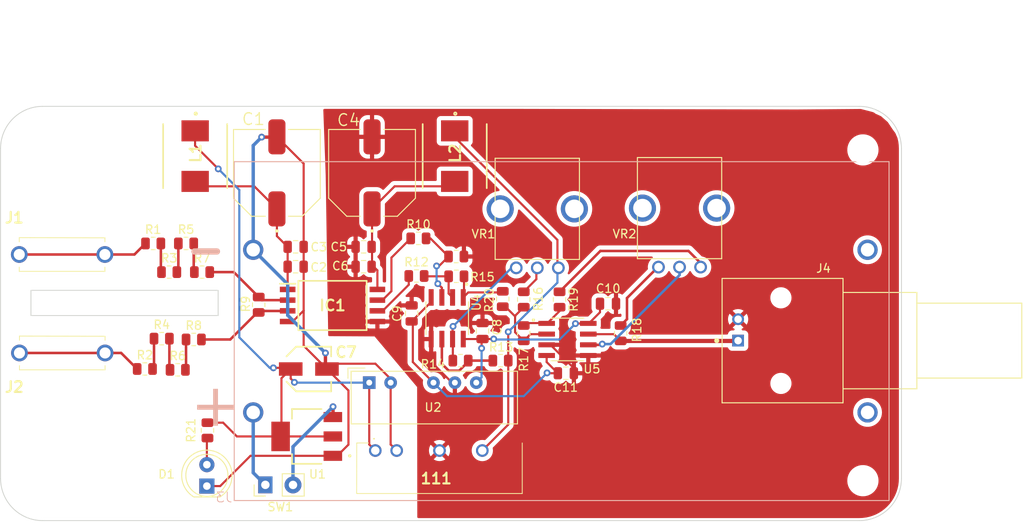
<source format=kicad_pcb>
(kicad_pcb (version 20221018) (generator pcbnew)
  (layers (0 "F.Cu" signal) (31 "B.Cu" signal) (34 "B.Paste" user) (35 "F.Paste" user) (36 "B.SilkS" user "B.Silkscreen") (37 "F.SilkS" user "F.Silkscreen") (38 "B.Mask" user) (39 "F.Mask" user) (44 "Edge.Cuts" user))
  (net 0 "")
  (net 1 "+5V")
  (net 2 "GND")
  (net 3 "+5V-a")
  (net 4 "Net-(D1-A)")
  (net 5 "+15V")
  (net 6 "GND1")
  (net 7 "+5V_re")
  (net 8 "+5V_le")
  (net 9 "Net-(R1-Pad2)")
  (net 10 "Net-(R2-Pad2)")
  (net 11 "Net-(R3-Pad2)")
  (net 12 "Net-(R4-Pad2)")
  (net 13 "Net-(R5-Pad2)")
  (net 14 "Net-(R6-Pad2)")
  (net 15 "Net-(IC1-VINP)")
  (net 16 "Net-(IC1-VINN)")
  (net 17 "Net-(J1-Pin_1)")
  (net 18 "-5V")
  (net 19 "+7V from battery")
  (net 20 "Net-(J2-Pin_1)")
  (net 21 "-15V")
  (net 22 "V-iso")
  (net 23 "V+iso")
  (net 24 "Net-(J4-In)")
  (net 25 "Net-(U4-POSA)")
  (net 26 "Net-(U4-NEGA)")
  (net 27 "Net-(U4-NEGB)")
  (net 28 "Net-(U4-OUTA)")
  (net 29 "Net-(R18-Pad1)")
  (net 30 "Net-(R19-Pad1)")
  (net 31 "Net-(U5-NEGA)")
  (net 32 "Net-(U5-OUTA)")
  (net 33 "Net-(SW1-B)")
  (net 34 "Net-(R20-Pad2)")
  (net 35 "Net-(U5-NEGB)")
  (footprint "22uf:EEE0GA101SR" (layer "F.Cu") (at 133.51625 111.11)
    (fp_text reference "C7" (at 4.42 -1.99) (layer "F.SilkS") (effects (font (size 1.27 1.27) (thickness 0.254))))
    (fp_text value "22uF" hide)
    (pad "1" smd rect (at -2.15 0 90) (size 1.6 2.8) (layers "F.Cu" "F.Paste" "F.Mask") (net 7 "+5V_re"))
    (pad "2" smd rect (at 2.15 0 90) (size 1.6 2.8) (layers "F.Cu" "F.Paste" "F.Mask") (net 6 "GND1"))
  )
  (footprint "MountingHole:MountingHole_3.2mm_M3" (layer "F.Cu") (at 102.01625 85.11)
    (fp_text reference "H1" hide)
    (fp_text value "MountingHole")
    (pad "" np_thru_hole circle (at 0 0) (size 3.2 3.2) (drill 3.2) (layers "*.Cu" "*.Mask"))
  )
  (footprint "banana jack:1050752001" (layer "F.Cu") (at 99.17625 109.205)
    (fp_text reference "J2" (at -0.61 4.045 180) (layer "F.SilkS") (effects (font (size 1.27 1.27) (thickness 0.254))))
    (fp_text value "Conn_01x01_Male" hide)
    (pad "1" thru_hole circle (at 0 0) (size 1.981 1.981) (drill 1.3208) (layers "*.Cu" "*.Mask") (net 20 "Net-(J2-Pin_1)"))
    (pad "1" thru_hole circle (at 10.16 0) (size 1.981 1.981) (drill 1.3208) (layers "*.Cu" "*.Mask") (net 20 "Net-(J2-Pin_1)"))
  )
  (footprint "Capacitor_SMD:C_0805_2012Metric" (layer "F.Cu") (at 145.71625 104.51 -90)
    (fp_text reference "C9" (at 0.02 1.72 90) (layer "F.SilkS"))
    (fp_text value "0.1uF")
    (pad "1" smd roundrect (at -0.95 0 270) (size 1 1.45) (layers "F.Cu" "F.Paste" "F.Mask") (net 2 "GND"))
    (pad "2" smd roundrect (at 0.95 0 270) (size 1 1.45) (layers "F.Cu" "F.Paste" "F.Mask") (net 21 "-15V"))
  )
  (footprint "coaxial:TE_227161-1" (layer "F.Cu") (at 184.45625 107.74 -90)
    (fp_text reference "J4" (at -8.57 -10.13 -180) (layer "F.SilkS") (effects (font (size 1.001016 1.001016))))
    (fp_text value "Conn_Coaxial")
    (pad "" np_thru_hole circle (at -5.08 -5.08 270) (size 2.01 2.01) (drill 2.01) (layers "*.Cu" "*.Mask"))
    (pad "" np_thru_hole circle (at 5.08 -5.08 270) (size 2.01 2.01) (drill 2.01) (layers "*.Cu" "*.Mask"))
    (pad "1" thru_hole rect (at 0 0 270) (size 1.398 1.398) (drill 0.89) (layers "*.Cu" "*.Mask") (net 24 "Net-(J4-In)"))
    (pad "2" thru_hole circle (at -2.54 0 270) (size 1.398 1.398) (drill 0.89) (layers "*.Cu" "*.Mask") (net 2 "GND"))
  )
  (footprint "MountingHole:MountingHole_3.2mm_M3" (layer "F.Cu") (at 102.01625 124.11)
    (fp_text reference "H2" hide)
    (fp_text value "MountingHole")
    (pad "" np_thru_hole circle (at 0 0) (size 3.2 3.2) (drill 3.2) (layers "*.Cu" "*.Mask"))
  )
  (footprint "Resistor_SMD:R_0805_2012Metric" (layer "F.Cu") (at 121.48625 118.39 -90)
    (fp_text reference "R21" (at 0 1.95 90) (layer "F.SilkS"))
    (fp_text value "4.7k")
    (pad "1" smd roundrect (at -0.9125 0 270) (size 1.025 1.4) (layers "F.Cu" "F.Paste" "F.Mask") (roundrect_rratio 0.243902) (net 7 "+5V_re"))
    (pad "2" smd roundrect (at 0.9125 0 270) (size 1.025 1.4) (layers "F.Cu" "F.Paste" "F.Mask") (roundrect_rratio 0.243902) (net 4 "Net-(D1-A)"))
  )
  (footprint "Resistor_SMD:R_0805_2012Metric" (layer "F.Cu") (at 114.05625 111.105)
    (fp_text reference "R2" (at 0 -1.65) (layer "F.SilkS"))
    (fp_text value "0.25Meg")
    (pad "1" smd roundrect (at -0.9125 0) (size 1.025 1.4) (layers "F.Cu" "F.Paste" "F.Mask") (roundrect_rratio 0.243902) (net 20 "Net-(J2-Pin_1)"))
    (pad "2" smd roundrect (at 0.9125 0) (size 1.025 1.4) (layers "F.Cu" "F.Paste" "F.Mask") (roundrect_rratio 0.243902) (net 10 "Net-(R2-Pad2)"))
  )
  (footprint "Resistor_SMD:R_0805_2012Metric" (layer "F.Cu") (at 156.52625 102.8 -90)
    (fp_text reference "R16" (at 0 -4.22 90) (layer "F.SilkS"))
    (fp_text value "50k")
    (pad "1" smd roundrect (at -0.9125 0 270) (size 1.025 1.4) (layers "F.Cu" "F.Paste" "F.Mask") (roundrect_rratio 0.243902) (net 28 "Net-(U4-OUTA)"))
    (pad "2" smd roundrect (at 0.9125 0 270) (size 1.025 1.4) (layers "F.Cu" "F.Paste" "F.Mask") (roundrect_rratio 0.243902) (net 31 "Net-(U5-NEGA)"))
  )
  (footprint "banana jack:1050752001" (layer "F.Cu") (at 99.15375 97.52)
    (fp_text reference "J1" (at -0.5875 -4.36) (layer "F.SilkS") (effects (font (size 1.27 1.27) (thickness 0.254))))
    (fp_text value "Conn_01x01_Male" hide)
    (pad "1" thru_hole circle (at 0 0) (size 1.981 1.981) (drill 1.3208) (layers "*.Cu" "*.Mask") (net 17 "Net-(J1-Pin_1)"))
    (pad "1" thru_hole circle (at 10.16 0) (size 1.981 1.981) (drill 1.3208) (layers "*.Cu" "*.Mask") (net 17 "Net-(J1-Pin_1)"))
  )
  (footprint "MountingHole:MountingHole_3.2mm_M3" (layer "F.Cu") (at 199.26625 85.11)
    (fp_text reference "H4" hide)
    (fp_text value "MountingHole")
    (pad "" np_thru_hole circle (at 0 0) (size 3.2 3.2) (drill 3.2) (layers "*.Cu" "*.Mask"))
  )
  (footprint "Resistor_SMD:R_0805_2012Metric" (layer "F.Cu") (at 151.51625 110.11 180)
    (fp_text reference "R14" (at 3.28 -0.43) (layer "F.SilkS"))
    (fp_text value "50k")
    (pad "1" smd roundrect (at -0.9125 0 180) (size 1.025 1.4) (layers "F.Cu" "F.Paste" "F.Mask") (roundrect_rratio 0.243902) (net 27 "Net-(U4-NEGB)"))
    (pad "2" smd roundrect (at 0.9125 0 180) (size 1.025 1.4) (layers "F.Cu" "F.Paste" "F.Mask") (roundrect_rratio 0.243902) (net 18 "-5V"))
  )
  (footprint "Capacitor_SMD:C_0805_2012Metric" (layer "F.Cu") (at 140.01625 98.97 180)
    (fp_text reference "C6" (at 2.76 0.09) (layer "F.SilkS"))
    (fp_text value "0.01uF")
    (pad "1" smd roundrect (at -0.95 0 180) (size 1 1.45) (layers "F.Cu" "F.Paste" "F.Mask") (net 3 "+5V-a"))
    (pad "2" smd roundrect (at 0.95 0 180) (size 1 1.45) (layers "F.Cu" "F.Paste" "F.Mask") (net 2 "GND"))
  )
  (footprint "Resistor_SMD:R_0805_2012Metric" (layer "F.Cu") (at 159.01625 102.86 90)
    (fp_text reference "R20" (at -0.08 -4.09 90) (layer "F.SilkS"))
    (fp_text value "50k")
    (pad "1" smd roundrect (at -0.9125 0 90) (size 1.025 1.4) (layers "F.Cu" "F.Paste" "F.Mask") (roundrect_rratio 0.243902) (net 31 "Net-(U5-NEGA)"))
    (pad "2" smd roundrect (at 0.9125 0 90) (size 1.025 1.4) (layers "F.Cu" "F.Paste" "F.Mask") (roundrect_rratio 0.243902) (net 34 "Net-(R20-Pad2)"))
  )
  (footprint "Resistor_SMD:R_0805_2012Metric" (layer "F.Cu") (at 151.01625 100.11)
    (fp_text reference "R15" (at 3.1 0.08) (layer "F.SilkS"))
    (fp_text value "50k")
    (pad "1" smd roundrect (at -0.9125 0) (size 1.025 1.4) (layers "F.Cu" "F.Paste" "F.Mask") (roundrect_rratio 0.243902) (net 26 "Net-(U4-NEGA)"))
    (pad "2" smd roundrect (at 0.9125 0) (size 1.025 1.4) (layers "F.Cu" "F.Paste" "F.Mask") (roundrect_rratio 0.243902) (net 28 "Net-(U4-OUTA)"))
  )
  (footprint "MountingHole:MountingHole_3.2mm_M3" (layer "F.Cu") (at 199.26625 124.36)
    (fp_text reference "H3" hide)
    (fp_text value "MountingHole")
    (pad "" np_thru_hole circle (at 0 0) (size 3.2 3.2) (drill 3.2) (layers "*.Cu" "*.Mask"))
  )
  (footprint "Resistor_SMD:R_0805_2012Metric" (layer "F.Cu") (at 156.26625 110.11 180)
    (fp_text reference "R13" (at -0.07 1.59) (layer "F.SilkS"))
    (fp_text value "50k")
    (pad "1" smd roundrect (at -0.9125 0 180) (size 1.025 1.4) (layers "F.Cu" "F.Paste" "F.Mask") (roundrect_rratio 0.243902) (net 8 "+5V_le"))
    (pad "2" smd roundrect (at 0.9125 0 180) (size 1.025 1.4) (layers "F.Cu" "F.Paste" "F.Mask") (roundrect_rratio 0.243902) (net 27 "Net-(U4-NEGB)"))
  )
  (footprint "Resistor_SMD:R_0805_2012Metric" (layer "F.Cu") (at 163.26625 102.86 -90)
    (fp_text reference "R19" (at 0 -1.65 90) (layer "F.SilkS"))
    (fp_text value "50k")
    (pad "1" smd roundrect (at -0.9125 0 270) (size 1.025 1.4) (layers "F.Cu" "F.Paste" "F.Mask") (roundrect_rratio 0.243902) (net 30 "Net-(R19-Pad1)"))
    (pad "2" smd roundrect (at 0.9125 0 270) (size 1.025 1.4) (layers "F.Cu" "F.Paste" "F.Mask") (roundrect_rratio 0.243902) (net 32 "Net-(U5-OUTA)"))
  )
  (footprint "470uf:CAPAE1030X1050N" (layer "F.Cu") (at 129.72625 87.835 90)
    (fp_text reference "C1" (at 6.385 -2.79 180) (layer "F.SilkS") (effects (font (size 1.4 1.4))))
    (fp_text value "470uF")
    (pad "1" smd roundrect (at -4.275 0 90) (size 4.16 2.03) (layers "F.Cu" "F.Paste" "F.Mask") (net 1 "+5V"))
    (pad "2" smd roundrect (at 4.275 0 90) (size 4.16 2.03) (layers "F.Cu" "F.Paste" "F.Mask") (net 6 "GND1"))
  )
  (footprint "LF353:SOIC127P599X175-8N" (layer "F.Cu") (at 149.93625 105.085 -90)
    (fp_text reference "U4" (at -1.865 -3.46 90) (layer "F.SilkS"))
    (fp_text value "LF353M")
    (pad "1" smd roundrect (at -2.47 -1.905 270) (size 1.97 0.6) (layers "F.Cu" "F.Paste" "F.Mask") (roundrect_rratio 0.07) (net 28 "Net-(U4-OUTA)"))
    (pad "2" smd roundrect (at -2.47 -0.635 270) (size 1.97 0.6) (layers "F.Cu" "F.Paste" "F.Mask") (roundrect_rratio 0.07) (net 26 "Net-(U4-NEGA)"))
    (pad "3" smd roundrect (at -2.47 0.635 270) (size 1.97 0.6) (layers "F.Cu" "F.Paste" "F.Mask") (roundrect_rratio 0.07) (net 25 "Net-(U4-POSA)"))
    (pad "4" smd roundrect (at -2.47 1.905 270) (size 1.97 0.6) (layers "F.Cu" "F.Paste" "F.Mask") (roundrect_rratio 0.07) (net 21 "-15V"))
    (pad "5" smd roundrect (at 2.47 1.905 270) (size 1.97 0.6) (layers "F.Cu" "F.Paste" "F.Mask") (roundrect_rratio 0.07) (net 2 "GND"))
    (pad "6" smd roundrect (at 2.47 0.635 270) (size 1.97 0.6) (layers "F.Cu" "F.Paste" "F.Mask") (roundrect_rratio 0.07) (net 27 "Net-(U4-NEGB)"))
    (pad "7" smd roundrect (at 2.47 -0.635 270) (size 1.97 0.6) (layers "F.Cu" "F.Paste" "F.Mask") (roundrect_rratio 0.07) (net 18 "-5V"))
    (pad "8" smd roundrect (at 2.47 -1.905 270) (size 1.97 0.6) (layers "F.Cu" "F.Paste" "F.Mask") (roundrect_rratio 0.07) (net 5 "+15V"))
  )
  (footprint "trim:PTV09" (layer "F.Cu") (at 160.62625 99.10475)
    (fp_text reference "VR1" (at -6.39 -4.01475) (layer "F.SilkS"))
    (fp_text value "PTV09A-4225F-B104")
    (pad "1" thru_hole circle (at -2.5 0) (size 1.508 1.508) (drill 1) (layers "*.Cu" "*.Mask") (net 18 "-5V"))
    (pad "2" thru_hole circle (at 0 0) (size 1.508 1.508) (drill 1) (layers "*.Cu" "*.Mask") (net 34 "Net-(R20-Pad2)"))
    (pad "3" thru_hole circle (at 2.5 0) (size 1.508 1.508) (drill 1) (layers "*.Cu" "*.Mask") (net 8 "+5V_le"))
    (pad "NC1" thru_hole circle (at -4.4 -7) (size 3.216 3.216) (drill 2.2) (layers "*.Cu" "*.Mask"))
    (pad "NC2" thru_hole circle (at 4.4 -7) (size 3.216 3.216) (drill 2.2) (layers "*.Cu" "*.Mask"))
  )
  (footprint "470uf:CAPAE1030X1050N" (layer "F.Cu") (at 141.01625 87.835 90)
    (fp_text reference "C4" (at 6.265 -2.79 180) (layer "F.SilkS") (effects (font (size 1.4 1.4))))
    (fp_text value "470uF")
    (pad "1" smd roundrect (at -4.275 0 90) (size 4.16 2.03) (layers "F.Cu" "F.Paste" "F.Mask") (net 3 "+5V-a"))
    (pad "2" smd roundrect (at 4.275 0 90) (size 4.16 2.03) (layers "F.Cu" "F.Paste" "F.Mask") (net 2 "GND"))
  )
  (footprint "LF353:SOIC127P599X175-8N" (layer "F.Cu") (at 164.20625 107.6)
    (fp_text reference "U5" (at 2.9 3.51) (layer "F.SilkS"))
    (fp_text value "LF353M")
    (pad "1" smd roundrect (at -2.47 -1.905) (size 1.97 0.6) (layers "F.Cu" "F.Paste" "F.Mask") (roundrect_rratio 0.07) (net 32 "Net-(U5-OUTA)"))
    (pad "2" smd roundrect (at -2.47 -0.635) (size 1.97 0.6) (layers "F.Cu" "F.Paste" "F.Mask") (roundrect_rratio 0.07) (net 31 "Net-(U5-NEGA)"))
    (pad "3" smd roundrect (at -2.47 0.635) (size 1.97 0.6) (layers "F.Cu" "F.Paste" "F.Mask") (roundrect_rratio 0.07) (net 2 "GND"))
    (pad "4" smd roundrect (at -2.47 1.905) (size 1.97 0.6) (layers "F.Cu" "F.Paste" "F.Mask") (roundrect_rratio 0.07) (net 21 "-15V"))
    (pad "5" smd roundrect (at 2.47 1.905) (size 1.97 0.6) (layers "F.Cu" "F.Paste" "F.Mask") (roundrect_rratio 0.07) (net 2 "GND"))
    (pad "6" smd roundrect (at 2.47 0.635) (size 1.97 0.6) (layers "F.Cu" "F.Paste" "F.Mask") (roundrect_rratio 0.07) (net 35 "Net-(U5-NEGB)"))
    (pad "7" smd roundrect (at 2.47 -0.635) (size 1.97 0.6) (layers "F.Cu" "F.Paste" "F.Mask") (roundrect_rratio 0.07) (net 24 "Net-(J4-In)"))
    (pad "8" smd roundrect (at 2.47 -1.905) (size 1.97 0.6) (layers "F.Cu" "F.Paste" "F.Mask") (roundrect_rratio 0.07) (net 5 "+15V"))
  )
  (footprint "Resistor_SMD:R_0805_2012Metric" (layer "F.Cu") (at 146.28625 100.07)
    (fp_text reference "R12" (at 0 -1.65) (layer "F.SilkS"))
    (fp_text value "50k")
    (pad "1" smd roundrect (at -0.9125 0) (size 1.025 1.4) (layers "F.Cu" "F.Paste" "F.Mask") (roundrect_rratio 0.243902) (net 22 "V-iso"))
    (pad "2" smd roundrect (at 0.9125 0) (size 1.025 1.4) (layers "F.Cu" "F.Paste" "F.Mask") (roundrect_rratio 0.243902) (net 26 "Net-(U4-NEGA)"))
  )
  (footprint "Resistor_SMD:R_0805_2012Metric" (layer "F.Cu") (at 146.51625 95.61)
    (fp_text reference "R10" (at 0 -1.65) (layer "F.SilkS"))
    (fp_text value "50k")
    (pad "1" smd roundrect (at -0.9125 0) (size 1.025 1.4) (layers "F.Cu" "F.Paste" "F.Mask") (roundrect_rratio 0.243902) (net 23 "V+iso"))
    (pad "2" smd roundrect (at 0.9125 0) (size 1.025 1.4) (layers "F.Cu" "F.Paste" "F.Mask") (roundrect_rratio 0.243902) (net 25 "Net-(U4-POSA)"))
  )
  (footprint "LED_THT:LED_D5.0mm" (layer "F.Cu") (at 121.41625 125 90)
    (fp_text reference "D1" (at 1.41 -4.79) (layer "F.SilkS"))
    (fp_text value "LED")
    (pad "1" thru_hole rect (at 0 0 90) (size 1.8 1.8) (drill 0.9) (layers "*.Cu" "*.Mask") (net 6 "GND1"))
    (pad "2" thru_hole circle (at 2.54 0 90) (size 1.8 1.8) (drill 0.9) (layers "*.Cu" "*.Mask") (net 4 "Net-(D1-A)"))
  )
  (footprint "Converter_DCDC:Converter_DCDC_Murata_NMAxxxxSC_THT" (layer "F.Cu") (at 140.68375 112.7275 90)
    (fp_text reference "U2" (at -2.9325 7.5725) (layer "F.SilkS"))
    (fp_text value "5-15v")
    (pad "1" thru_hole rect (at 0 0 90) (size 1.5 1.5) (drill 0.7) (layers "*.Cu" "*.Mask") (net 7 "+5V_re"))
    (pad "2" thru_hole oval (at 0 2.54 90) (size 1.5 1.5) (drill 0.7) (layers "*.Cu" "*.Mask") (net 6 "GND1"))
    (pad "3" thru_hole oval (at 0 7.62 90) (size 1.5 1.5) (drill 0.7) (layers "*.Cu" "*.Mask") (net 21 "-15V"))
    (pad "4" thru_hole oval (at 0 10.16 90) (size 1.5 1.5) (drill 0.7) (layers "*.Cu" "*.Mask") (net 2 "GND"))
    (pad "5" thru_hole oval (at 0 12.7 90) (size 1.5 1.5) (drill 0.7) (layers "*.Cu" "*.Mask") (net 5 "+15V"))
  )
  (footprint "Resistor_SMD:R_0805_2012Metric" (layer "F.Cu") (at 117.95625 111.205)
    (fp_text reference "R6" (at 0 -1.65) (layer "F.SilkS"))
    (fp_text value "0.25Meg")
    (pad "1" smd roundrect (at -0.9125 0) (size 1.025 1.4) (layers "F.Cu" "F.Paste" "F.Mask") (roundrect_rratio 0.243902) (net 12 "Net-(R4-Pad2)"))
    (pad "2" smd roundrect (at 0.9125 0) (size 1.025 1.4) (layers "F.Cu" "F.Paste" "F.Mask") (roundrect_rratio 0.243902) (net 14 "Net-(R6-Pad2)"))
  )
  (footprint "Resistor_SMD:R_0805_2012Metric" (layer "F.Cu") (at 120.84375 99.61)
    (fp_text reference "R7" (at 0 -1.65) (layer "F.SilkS"))
    (fp_text value "0.25Meg")
    (pad "1" smd roundrect (at -0.9125 0) (size 1.025 1.4) (layers "F.Cu" "F.Paste" "F.Mask") (roundrect_rratio 0.243902) (net 13 "Net-(R5-Pad2)"))
    (pad "2" smd roundrect (at 0.9125 0) (size 1.025 1.4) (layers "F.Cu" "F.Paste" "F.Mask") (roundrect_rratio 0.243902) (net 15 "Net-(IC1-VINP)"))
  )
  (footprint "Capacitor_SMD:C_0805_2012Metric" (layer "F.Cu") (at 154.12625 106.6 -90)
    (fp_text reference "C8" (at -0.46 -1.74 90) (layer "F.SilkS"))
    (fp_text value "0.1uF")
    (pad "1" smd roundrect (at -0.95 0 270) (size 1 1.45) (layers "F.Cu" "F.Paste" "F.Mask") (net 2 "GND"))
    (pad "2" smd roundrect (at 0.95 0 270) (size 1 1.45) (layers "F.Cu" "F.Paste" "F.Mask") (net 5 "+15V"))
  )
  (footprint "Capacitor_SMD:C_0805_2012Metric" (layer "F.Cu") (at 164.01625 111.61 180)
    (fp_text reference "C11" (at 0.01 -1.68) (layer "F.SilkS"))
    (fp_text value "0.1uF")
    (pad "1" smd roundrect (at -0.95 0 180) (size 1 1.45) (layers "F.Cu" "F.Paste" "F.Mask") (net 2 "GND"))
    (pad "2" smd roundrect (at 0.95 0 180) (size 1 1.45) (layers "F.Cu" "F.Paste" "F.Mask") (net 21 "-15V"))
  )
  (footprint "Resistor_SMD:R_0805_2012Metric" (layer "F.Cu") (at 116.94375 99.61)
    (fp_text reference "R3" (at 0 -1.65) (layer "F.SilkS"))
    (fp_text value "0.25Meg")
    (pad "1" smd roundrect (at -0.9125 0) (size 1.025 1.4) (layers "F.Cu" "F.Paste" "F.Mask") (roundrect_rratio 0.243902) (net 9 "Net-(R1-Pad2)"))
    (pad "2" smd roundrect (at 0.9125 0) (size 1.025 1.4) (layers "F.Cu" "F.Paste" "F.Mask") (roundrect_rratio 0.243902) (net 11 "Net-(R3-Pad2)"))
  )
  (footprint "AMC1301:SOIC127P1150X280-8N" (layer "F.Cu") (at 136.32625 103.57)
    (fp_text reference "IC1" (at 0 0) (layer "F.SilkS") (effects (font (size 1.27 1.27) (thickness 0.254))))
    (fp_text value "AMC1301SDWV" hide)
    (pad "1" smd rect (at -5.325 -1.905 90) (size 0.65 1.85) (layers "F.Cu" "F.Paste" "F.Mask") (net 1 "+5V"))
    (pad "2" smd rect (at -5.325 -0.635 90) (size 0.65 1.85) (layers "F.Cu" "F.Paste" "F.Mask") (net 15 "Net-(IC1-VINP)"))
    (pad "3" smd rect (at -5.325 0.635 90) (size 0.65 1.85) (layers "F.Cu" "F.Paste" "F.Mask") (net 16 "Net-(IC1-VINN)"))
    (pad "4" smd rect (at -5.325 1.905 90) (size 0.65 1.85) (layers "F.Cu" "F.Paste" "F.Mask") (net 6 "GND1"))
    (pad "5" smd rect (at 5.325 1.905 90) (size 0.65 1.85) (layers "F.Cu" "F.Paste" "F.Mask") (net 2 "GND"))
    (pad "6" smd rect (at 5.325 0.635 90) (size 0.65 1.85) (layers "F.Cu" "F.Paste" "F.Mask") (net 22 "V-iso"))
    (pad "7" smd rect (at 5.325 -0.635 90) (size 0.65 1.85) (layers "F.Cu" "F.Paste" "F.Mask") (net 23 "V+iso"))
    (pad "8" smd rect (at 5.325 -1.905 90) (size 0.65 1.85) (layers "F.Cu" "F.Paste" "F.Mask") (net 3 "+5V-a"))
  )
  (footprint "Capacitor_SMD:C_0805_2012Metric" (layer "F.Cu") (at 131.95125 96.61)
    (fp_text reference "C3" (at 2.745 0.03) (layer "F.SilkS"))
    (fp_text value "0.01uF")
    (pad "1" smd roundrect (at -0.95 0) (size 1 1.45) (layers "F.Cu" "F.Paste" "F.Mask") (net 1 "+5V"))
    (pad "2" smd roundrect (at 0.95 0) (size 1 1.45) (layers "F.Cu" "F.Paste" "F.Mask") (net 6 "GND1"))
  )
  (footprint "Resistor_SMD:R_0805_2012Metric" (layer "F.Cu") (at 170.51625 106.86 -90)
    (fp_text reference "R18" (at -0.38 -1.94 90) (layer "F.SilkS"))
    (fp_text value "50k")
    (pad "1" smd roundrect (at -0.9125 0 270) (size 1.025 1.4) (layers "F.Cu" "F.Paste" "F.Mask") (roundrect_rratio 0.243902) (net 29 "Net-(R18-Pad1)"))
    (pad "2" smd roundrect (at 0.9125 0 270) (size 1.025 1.4) (layers "F.Cu" "F.Paste" "F.Mask") (roundrect_rratio 0.243902) (net 24 "Net-(J4-In)"))
  )
  (footprint "inductor:DR74" (layer "F.Cu") (at 120.02625 85.846 -90)
    (fp_text reference "L1" (at -0.347 -0.054 -90) (layer "F.SilkS") (effects (font (size 1.27 1.27) (thickness 0.254))))
    (fp_text value "1mH" hide)
    (pad "1" smd rect (at -3 0 270) (size 2.5 3.25) (layers "F.Cu" "F.Paste" "F.Mask") (net 7 "+5V_re"))
    (pad "2" smd rect (at 3 0 270) (size 2.5 3.25) (layers "F.Cu" "F.Paste" "F.Mask") (net 1 "+5V"))
  )
  (footprint "Resistor_SMD:R_0805_2012Metric" (layer "F.Cu") (at 159.01625 106.86 90)
    (fp_text reference "R17" (at -3.11 0.01 90) (layer "F.SilkS"))
    (fp_text value "50k")
    (pad "1" smd roundrect (at -0.9125 0 90) (size 1.025 1.4) (layers "F.Cu" "F.Paste" "F.Mask") (roundrect_rratio 0.243902) (net 31 "Net-(U5-NEGA)"))
    (pad "2" smd roundrect (at 0.9125 0 90) (size 1.025 1.4) (layers "F.Cu" "F.Paste" "F.Mask") (roundrect_rratio 0.243902) (net 32 "Net-(U5-OUTA)"))
  )
  (footprint "inductor:DR74" (layer "F.Cu") (at 150.82625 85.846 -90)
    (fp_text reference "L2" (at -0.347 -0.054 -90) (layer "F.SilkS") (effects (font (size 1.27 1.27) (thickness 0.254))))
    (fp_text value "1mH" hide)
    (pad "1" smd rect (at -3 0 270) (size 2.5 3.25) (layers "F.Cu" "F.Paste" "F.Mask") (net 8 "+5V_le"))
    (pad "2" smd rect (at 3 0 270) (size 2.5 3.25) (layers "F.Cu" "F.Paste" "F.Mask") (net 3 "+5V-a"))
  )
  (footprint "5v-5v:B0505LS1WR3" (layer "F.Cu") (at 141.40125 120.785)
    (fp_text reference "111" (at 7.235 3.325) (layer "F.SilkS") (effects (font (size 1.27 1.27) (thickness 0.254))))
    (fp_text value "B0505LS-1WR3" hide)
    (pad "1" thru_hole circle (at 0 0) (size 1.5 1.5) (drill 1) (layers "*.Cu" "*.Mask") (net 7 "+5V_re"))
    (pad "2" thru_hole circle (at 2.54 0) (size 1.5 1.5) (drill 1) (layers "*.Cu" "*.Mask") (net 6 "GND1"))
    (pad "4" thru_hole circle (at 7.62 0) (size 1.5 1.5) (drill 1) (layers "*.Cu" "*.Mask") (net 2 "GND"))
    (pad "6" thru_hole circle (at 12.7 0) (size 1.5 1.5) (drill 1) (layers "*.Cu" "*.Mask") (net 8 "+5V_le"))
  )
  (footprint "Capacitor_SMD:C_0805_2012Metric" (layer "F.Cu") (at 131.95125 98.97)
    (fp_text reference "C2" (at 2.735 0.07) (layer "F.SilkS"))
    (fp_text value "0.1uF")
    (pad "1" smd roundrect (at -0.95 0) (size 1 1.45) (layers "F.Cu" "F.Paste" "F.Mask") (net 1 "+5V"))
    (pad "2" smd roundrect (at 0.95 0) (size 1 1.45) (layers "F.Cu" "F.Paste" "F.Mask") (net 6 "GND1"))
  )
  (footprint "Connector_PinHeader_2.54mm:PinHeader_1x02_P2.54mm_Vertical" (layer "F.Cu") (at 128.35625 124.855 90)
    (fp_text reference "SW1" (at -2.625 1.78) (layer "F.SilkS"))
    (fp_text value "SW_SPST")
    (pad "1" thru_hole rect (at 0 0 90) (size 2 1.7) (drill 1) (layers "*.Cu" "*.Mask") (net 19 "+7V from battery"))
    (pad "2" thru_hole circle (at -0.01 3.28 90) (size 2 2) (drill 1) (layers "*.Cu" "*.Mask") (net 33 "Net-(SW1-B)"))
  )
  (footprint "Resistor_SMD:R_0805_2012Metric" (layer "F.Cu") (at 116.05625 107.505)
    (fp_text reference "R4" (at 0 -1.65) (layer "F.SilkS"))
    (fp_text value "0.25Meg")
    (pad "1" smd roundrect (at -0.9125 0) (size 1.025 1.4) (layers "F.Cu" "F.Paste" "F.Mask") (roundrect_rratio 0.243902) (net 10 "Net-(R2-Pad2)"))
    (pad "2" smd roundrect (at 0.9125 0) (size 1.025 1.4) (layers "F.Cu" "F.Paste" "F.Mask") (roundrect_rratio 0.243902) (net 12 "Net-(R4-Pad2)"))
  )
  (footprint "Capacitor_SMD:C_0805_2012Metric" (layer "F.Cu") (at 140.01625 96.61 180)
    (fp_text reference "C5" (at 2.95 -0.01) (layer "F.SilkS"))
    (fp_text value "0.1uF")
    (pad "1" smd roundrect (at -0.95 0 180) (size 1 1.45) (layers "F.Cu" "F.Paste" "F.Mask") (net 3 "+5V-a"))
    (pad "2" smd roundrect (at 0.95 0 180) (size 1 1.45) (layers "F.Cu" "F.Paste" "F.Mask") (net 2 "GND"))
  )
  (footprint "Resistor_SMD:R_0805_2012Metric" (layer "F.Cu") (at 115.04375 96.21)
    (fp_text reference "R1" (at 0 -1.65) (layer "F.SilkS"))
    (fp_text value "0.25Meg")
    (pad "1" smd roundrect (at -0.9125 0) (size 1.025 1.4) (layers "F.Cu" "F.Paste" "F.Mask") (roundrect_rratio 0.243902) (net 17 "Net-(J1-Pin_1)"))
    (pad "2" smd roundrect (at 0.9125 0) (size 1.025 1.4) (layers "F.Cu" "F.Paste" "F.Mask") (roundrect_rratio 0.243902) (net 9 "Net-(R1-Pad2)"))
  )
  (footprint "LDO:SOT230P700X185-4N" (layer "F.Cu") (at 133.26625 119.11 180)
    (fp_text reference "U1" (at -1.275 -4.485) (layer "F.SilkS"))
    (fp_text value "AZ1117IH-3.3TRG1")
    (pad "1" smd rect (at -3.1 -2.3 180) (size 2.2 1.2) (layers "F.Cu" "F.Paste" "F.Mask") (net 6 "GND1"))
    (pad "2" smd rect (at -3.1 0 180) (size 2.2 1.2) (layers "F.Cu" "F.Paste" "F.Mask") (net 7 "+5V_re"))
    (pad "3" smd rect (at -3.1 2.3 180) (size 2.2 1.2) (layers "F.Cu" "F.Paste" "F.Mask") (net 33 "Net-(SW1-B)"))
    (pad "4" smd rect (at 3.1 0 180) (size 2.2 3.5) (layers "F.Cu" "F.Paste" "F.Mask") (net 7 "+5V_re"))
  )
  (footprint "Resistor_SMD:R_0805_2012Metric" (layer "F.Cu") (at 118.94375 96.21)
    (fp_text reference "R5" (at 0 -1.65) (layer "F.SilkS"))
    (fp_text value "0.25Meg")
    (pad "1" smd roundrect (at -0.9125 0) (size 1.025 1.4) (layers "F.Cu" "F.Paste" "F.Mask") (roundrect_rratio 0.243902) (net 11 "Net-(R3-Pad2)"))
    (pad "2" smd roundrect (at 0.9125 0) (size 1.025 1.4) (layers "F.Cu" "F.Paste" "F.Mask") (roundrect_rratio 0.243902) (net 13 "Net-(R5-Pad2)"))
  )
  (footprint "Capacitor_SMD:C_0805_2012Metric" (layer "F.Cu") (at 169.01625 103.36 180)
    (fp_text reference "C10" (at -0.02 1.8) (layer "F.SilkS"))
    (fp_text value "0.1uF")
    (pad "1" smd roundrect (at -0.95 0 180) (size 1 1.45) (layers "F.Cu" "F.Paste" "F.Mask") (net 2 "GND"))
    (pad "2" smd roundrect (at 0.95 0 180) (size 1 1.45) (layers "F.Cu" "F.Paste" "F.Mask") (net 5 "+15V"))
  )
  (footprint "trim:PTV09" (layer "F.Cu") (at 177.50625 99.01475)
    (fp_text reference "VR2" (at -6.53 -3.93475) (layer "F.SilkS"))
    (fp_text value "PTV09A-4225F-B104")
    (pad "1" thru_hole circle (at -2.5 0) (size 1.508 1.508) (drill 1) (layers "*.Cu" "*.Mask") (net 29 "Net-(R18-Pad1)"))
    (pad "2" thru_hole circle (at 0 0) (size 1.508 1.508) (drill 1) (layers "*.Cu" "*.Mask") (net 35 "Net-(U5-NEGB)"))
    (pad "3" thru_hole circle (at 2.5 0) (size 1.508 1.508) (drill 1) (layers "*.Cu" "*.Mask") (net 30 "Net-(R19-Pad1)"))
    (pad "NC1" thru_hole circle (at -4.4 -7) (size 3.216 3.216) (drill 2.2) (layers "*.Cu" "*.Mask"))
    (pad "NC2" thru_hole circle (at 4.4 -7) (size 3.216 3.216) (drill 2.2) (layers "*.Cu" "*.Mask"))
  )
  (footprint "Resistor_SMD:R_0805_2012Metric" (layer "F.Cu") (at 127.56625 103.4825 -90)
    (fp_text reference "R9" (at -0.0825 1.55 90) (layer "F.SilkS"))
    (fp_text value "1k")
    (pad "1" smd roundrect (at -0.9125 0 270) (size 1.025 1.4) (layers "F.Cu" "F.Paste" "F.Mask") (roundrect_rratio 0.243902) (net 15 "Net-(IC1-VINP)"))
    (pad "2" smd roundrect (at 0.9125 0 270) (size 1.025 1.4) (layers "F.Cu" "F.Paste" "F.Mask") (roundrect_rratio 0.243902) (net 16 "Net-(IC1-VINN)"))
  )
  (footprint "Resistor_SMD:R_0805_2012Metric" (layer "F.Cu") (at 151.00625 97.76)
    (fp_text reference "R11" hide)
    (fp_text value "50k")
    (pad "1" smd roundrect (at -0.9125 0) (size 1.025 1.4) (layers "F.Cu" "F.Paste" "F.Mask") (roundrect_rratio 0.243902) (net 25 "Net-(U4-POSA)"))
    (pad "2" smd roundrect (at 0.9125 0) (size 1.025 1.4) (layers "F.Cu" "F.Paste" "F.Mask") (roundrect_rratio 0.243902) (net 2 "GND"))
  )
  (footprint "Resistor_SMD:R_0805_2012Metric" (layer "F.Cu") (at 119.85625 107.605)
    (fp_text reference "R8" (at 0 -1.65) (layer "F.SilkS"))
    (fp_text value "0.25Meg")
    (pad "1" smd roundrect (at -0.9125 0) (size 1.025 1.4) (layers "F.Cu" "F.Paste" "F.Mask") (roundrect_rratio 0.243902) (net 14 "Net-(R6-Pad2)"))
    (pad "2" smd roundrect (at 0.9125 0) (size 1.025 1.4) (layers "F.Cu" "F.Paste" "F.Mask") (roundrect_rratio 0.243902) (net 16 "Net-(IC1-VINN)"))
  )
  (footprint "2S-18650-Holder:BAT_BK-18650-PC4" (layer "B.Cu") (at 163.51625 106.61)
    (fp_text reference "J3" (at -39 20.41 180) (layer "B.SilkS") (effects (font (size 1.1684 1.1684) (thickness 0.1016)) (justify left bottom mirror)))
    (fp_text value "Conn_01x02_Male")
    (fp_text user "+" (at -44 6 180 unlocked) (layer "B.SilkS") (effects (font (size 5 5) (thickness 0.1)) (justify left bottom mirror)))
    (fp_text user "-" (at -44.899796 -11 180 unlocked) (layer "B.SilkS") (effects (font (size 3 3.5) (thickness 0.75) bold) (justify left bottom mirror)))
    (pad "1" thru_hole circle (at -36.6 9.65) (size 2.4 2.4) (drill 1.6) (layers "*.Cu" "*.Mask") (net 19 "+7V from battery"))
    (pad "2" thru_hole circle (at -36.6 -9.65) (size 2.4 2.4) (drill 1.6) (layers "*.Cu" "*.Mask") (net 6 "GND1"))
    (pad "3" thru_hole circle (at 36.3 -9.65) (size 2.4 2.4) (drill 1.6) (layers "*.Cu" "*.Mask"))
    (pad "3" thru_hole circle (at 36.3 9.65) (size 2.4 2.4) (drill 1.6) (layers "*.Cu" "*.Mask"))
  )
  (gr_arc (start 101.93625 129.1) (mid 98.400716 127.635534) (end 96.93625 124.1) (stroke (width 0.1)) (layer "Edge.Cuts"))
  (gr_arc (start 96.93625 84.94) (mid 98.400719 81.404484) (end 101.93625 79.94) (stroke (width 0.1)) (layer "Edge.Cuts"))
  (gr_line (start 198.83625 129.1) (end 101.93625 129.1) (stroke (width 0.1)) (layer "Edge.Cuts"))
  (gr_line (start 101.93625 79.94) (end 198.83625 79.94) (stroke (width 0.1)) (layer "Edge.Cuts"))
  (gr_arc (start 203.83625 124.1) (mid 202.371784 127.635534) (end 198.83625 129.1) (stroke (width 0.1)) (layer "Edge.Cuts"))
  (gr_rect (start 100.53625 101.77) (end 122.75625 104.77) (stroke (width 0.1)) (fill none) (layer "Edge.Cuts"))
  (gr_arc (start 198.83625 79.94) (mid 202.371784 81.404466) (end 203.83625 84.94) (stroke (width 0.1)) (layer "Edge.Cuts"))
  (gr_line (start 203.83625 84.94) (end 203.83625 124.1) (stroke (width 0.1)) (layer "Edge.Cuts"))
  (gr_line (start 96.93625 124.1) (end 96.93625 84.94) (stroke (width 0.1)) (layer "Edge.Cuts"))
  (segment (start 120.01625 89.4294) (end 127.04565 89.4294) (width 0.25) (layer "F.Cu") (net 1))
  (segment (start 127.04565 89.4294) (end 129.72625 92.11) (width 0.25) (layer "F.Cu") (net 1))
  (segment (start 131.00125 98.97) (end 131.00125 101.665) (width 0.25) (layer "F.Cu") (net 1))
  (segment (start 131.00125 96.61) (end 131.00125 98.97) (width 0.25) (layer "F.Cu") (net 1))
  (segment (start 129.72625 92.11) (end 129.72625 95.335) (width 0.25) (layer "F.Cu") (net 1))
  (segment (start 129.72625 95.335) (end 131.00125 96.61) (width 0.25) (layer "F.Cu") (net 1))
  (segment (start 150.50375 112.7275) (end 150.84375 112.7275) (width 0.25) (layer "F.Cu") (net 2))
  (segment (start 148.03125 107.555) (end 148.01625 107.57) (width 0.25) (layer "F.Cu") (net 2))
  (segment (start 148.01625 110.24) (end 150.50375 112.7275) (width 0.25) (layer "F.Cu") (net 2))
  (segment (start 161.73625 108.235) (end 162.186266 108.235) (width 0.25) (layer "F.Cu") (net 2))
  (segment (start 164.96625 111.014984) (end 164.96625 111.61) (width 0.25) (layer "F.Cu") (net 2))
  (segment (start 148.01625 107.57) (end 148.01625 110.24) (width 0.25) (layer "F.Cu") (net 2))
  (segment (start 162.186266 108.235) (end 164.96625 111.014984) (width 0.25) (layer "F.Cu") (net 2))
  (segment (start 141.01625 98.77) (end 141.65125 99.405) (width 0.25) (layer "F.Cu") (net 3))
  (segment (start 141.65125 99.405) (end 141.65125 101.665) (width 0.25) (layer "F.Cu") (net 3))
  (segment (start 141.01625 92.11) (end 143.69685 89.4294) (width 0.25) (layer "F.Cu") (net 3))
  (segment (start 141.01625 92.11) (end 141.01625 98.77) (width 0.25) (layer "F.Cu") (net 3))
  (segment (start 143.69685 89.4294) (end 151.01625 89.4294) (width 0.25) (layer "F.Cu") (net 3))
  (segment (start 121.48625 119.3025) (end 121.41625 119.3725) (width 0.25) (layer "F.Cu") (net 4))
  (segment (start 121.41625 119.3725) (end 121.41625 122.46) (width 0.25) (layer "F.Cu") (net 4))
  (segment (start 168.06625 104.375) (end 168.06625 103.36) (width 0.25) (layer "F.Cu") (net 5))
  (segment (start 151.84125 107.555) (end 154.12125 107.555) (width 0.25) (layer "F.Cu") (net 5))
  (segment (start 154.12125 107.555) (end 154.12625 107.55) (width 0.25) (layer "F.Cu") (net 5))
  (segment (start 155.45625 107.55) (end 154.12625 107.55) (width 0.25) (layer "F.Cu") (net 5))
  (segment (start 165.15625 105.72) (end 165.17125 105.705) (width 0.25) (layer "F.Cu") (net 5))
  (segment (start 154.01625 108.65) (end 154.01625 107.66) (width 0.25) (layer "F.Cu") (net 5))
  (segment (start 154.01625 107.66) (end 154.12625 107.55) (width 0.25) (layer "F.Cu") (net 5))
  (segment (start 166.73625 105.705) (end 168.06625 104.375) (width 0.25) (layer "F.Cu") (net 5))
  (segment (start 165.17125 105.705) (end 166.73625 105.705) (width 0.25) (layer "F.Cu") (net 5))
  (via (at 165.15625 105.72) (size 0.8) (drill 0.4) (layers "F.Cu" "B.Cu") (net 5))
  (via (at 155.45625 107.55) (size 0.8) (drill 0.4) (layers "F.Cu" "B.Cu") (net 5))
  (via (at 154.01625 108.65) (size 0.8) (drill 0.4) (layers "F.Cu" "B.Cu") (net 5))
  (segment (start 163.26625 107.61) (end 155.51625 107.61) (width 0.25) (layer "B.Cu") (net 5))
  (segment (start 155.51625 107.61) (end 155.45625 107.55) (width 0.25) (layer "B.Cu") (net 5))
  (segment (start 165.15625 105.72) (end 163.26625 107.61) (width 0.25) (layer "B.Cu") (net 5))
  (segment (start 154.01625 112.095) (end 153.38375 112.7275) (width 0.25) (layer "B.Cu") (net 5))
  (segment (start 154.01625 108.65) (end 154.01625 112.095) (width 0.25) (layer "B.Cu") (net 5))
  (segment (start 132.90125 108.345) (end 135.66625 111.11) (width 0.25) (layer "F.Cu") (net 6))
  (segment (start 135.66625 111.11) (end 138.21625 113.66) (width 0.25) (layer "F.Cu") (net 6))
  (segment (start 143.22375 112.7275) (end 143.22375 120.0675) (width 0.25) (layer "F.Cu") (net 6))
  (segment (start 126.58625 121.41) (end 136.36625 121.41) (width 0.25) (layer "F.Cu") (net 6))
  (segment (start 143.22375 112.2875) (end 143.22375 112.7275) (width 0.25) (layer "F.Cu") (net 6))
  (segment (start 127.91625 83.59) (end 129.69625 83.59) (width 0.4) (layer "F.Cu") (net 6))
  (segment (start 132.90125 104.175) (end 132.90125 108.345) (width 0.25) (layer "F.Cu") (net 6))
  (segment (start 129.69625 83.59) (end 129.72625 83.56) (width 0.4) (layer "F.Cu") (net 6))
  (segment (start 138.21625 113.66) (end 138.21625 120.08) (width 0.25) (layer "F.Cu") (net 6))
  (segment (start 136.29625 110.48) (end 141.41625 110.48) (width 0.25) (layer "F.Cu") (net 6))
  (segment (start 122.99625 125) (end 126.58625 121.41) (width 0.25) (layer "F.Cu") (net 6))
  (segment (start 132.90125 86.735) (end 132.90125 96.61) (width 0.25) (layer "F.Cu") (net 6))
  (segment (start 135.48625 109.21) (end 135.48625 110.93) (width 0.4) (layer "F.Cu") (net 6))
  (segment (start 132.90125 98.97) (end 132.90125 104.175) (width 0.25) (layer "F.Cu") (net 6))
  (segment (start 136.88625 121.41) (end 136.36625 121.41) (width 0.25) (layer "F.Cu") (net 6))
  (segment (start 132.90125 104.175) (end 131.60125 105.475) (width 0.25) (layer "F.Cu") (net 6))
  (segment (start 135.48625 110.93) (end 135.66625 111.11) (width 0.4) (layer "F.Cu") (net 6))
  (segment (start 143.22375 120.0675) (end 143.94125 120.785) (width 0.25) (layer "F.Cu") (net 6))
  (segment (start 135.66625 111.11) (end 136.29625 110.48) (width 0.25) (layer "F.Cu") (net 6))
  (segment (start 141.41625 110.48) (end 143.22375 112.2875) (width 0.25) (layer "F.Cu") (net 6))
  (segment (start 129.72625 83.56) (end 132.90125 86.735) (width 0.25) (layer "F.Cu") (net 6))
  (segment (start 138.21625 120.08) (end 136.88625 121.41) (width 0.25) (layer "F.Cu") (net 6))
  (segment (start 121.41625 125) (end 122.99625 125) (width 0.25) (layer "F.Cu") (net 6))
  (segment (start 132.90125 96.61) (end 132.90125 98.97) (width 0.25) (layer "F.Cu") (net 6))
  (segment (start 131.60125 105.475) (end 131.00125 105.475) (width 0.25) (layer "F.Cu") (net 6))
  (via (at 135.48625 109.21) (size 0.8) (drill 0.4) (layers "F.Cu" "B.Cu") (net 6))
  (via (at 127.91625 83.59) (size 0.8) (drill 0.4) (layers "F.Cu" "B.Cu") (net 6))
  (segment (start 131.00625 101.05) (end 131.00625 104.73) (width 0.4) (layer "B.Cu") (net 6))
  (segment (start 127.91625 83.59) (end 126.91625 84.59) (width 0.4) (layer "B.Cu") (net 6))
  (segment (start 126.91625 96.96) (end 131.00625 101.05) (width 0.4) (layer "B.Cu") (net 6))
  (segment (start 126.91625 84.59) (end 126.91625 96.96) (width 0.4) (layer "B.Cu") (net 6))
  (segment (start 131.00625 104.73) (end 135.48625 109.21) (width 0.4) (layer "B.Cu") (net 6))
  (segment (start 131.80625 112.69) (end 131.36625 112.25) (width 0.25) (layer "F.Cu") (net 7))
  (segment (start 123.34375 117.4775) (end 124.97625 119.11) (width 0.25) (layer "F.Cu") (net 7))
  (segment (start 120.01625 84.61) (end 122.76625 87.36) (width 0.25) (layer "F.Cu") (net 7))
  (segment (start 131.36625 111.11) (end 130.26625 112.21) (width 0.25) (layer "F.Cu") (net 7))
  (segment (start 140.68375 112.7275) (end 140.68375 120.0675) (width 0.25) (layer "F.Cu") (net 7))
  (segment (start 130.26625 119.01) (end 130.16625 119.11) (width 0.25) (layer "F.Cu") (net 7))
  (segment (start 120.01625 83.7906) (end 120.01625 84.61) (width 0.25) (layer "F.Cu") (net 7))
  (segment (start 121.48625 117.4775) (end 123.34375 117.4775) (width 0.25) (layer "F.Cu") (net 7))
  (segment (start 131.22625 110.97) (end 131.36625 111.11) (width 0.25) (layer "F.Cu") (net 7))
  (segment (start 129.30625 110.97) (end 131.22625 110.97) (width 0.25) (layer "F.Cu") (net 7))
  (segment (start 140.68375 120.0675) (end 141.40125 120.785) (width 0.25) (layer "F.Cu") (net 7))
  (segment (start 130.16625 119.11) (end 136.36625 119.11) (width 0.25) (layer "F.Cu") (net 7))
  (segment (start 124.97625 119.11) (end 130.16625 119.11) (width 0.25) (layer "F.Cu") (net 7))
  (segment (start 131.36625 112.25) (end 131.36625 111.11) (width 0.25) (layer "F.Cu") (net 7))
  (segment (start 130.26625 112.21) (end 130.26625 119.01) (width 0.25) (layer "F.Cu") (net 7))
  (via (at 131.80625 112.69) (size 0.8) (drill 0.4) (layers "F.Cu" "B.Cu") (net 7))
  (via (at 129.30625 110.97) (size 0.8) (drill 0.4) (layers "F.Cu" "B.Cu") (net 7))
  (via (at 122.76625 87.36) (size 0.8) (drill 0.4) (layers "F.Cu" "B.Cu") (net 7))
  (segment (start 125.26625 89.86) (end 122.76625 87.36) (width 0.25) (layer "B.Cu") (net 7))
  (segment (start 128.87625 110.97) (end 125.26625 107.36) (width 0.25) (layer "B.Cu") (net 7))
  (segment (start 125.26625 107.36) (end 125.26625 89.86) (width 0.25) (layer "B.Cu") (net 7))
  (segment (start 131.84375 112.7275) (end 140.68375 112.7275) (width 0.25) (layer "B.Cu") (net 7))
  (segment (start 131.80625 112.69) (end 131.84375 112.7275) (width 0.25) (layer "B.Cu") (net 7))
  (segment (start 129.30625 110.97) (end 128.87625 110.97) (width 0.25) (layer "B.Cu") (net 7))
  (segment (start 157.17875 106.6975) (end 157.17875 110.11) (width 0.25) (layer "F.Cu") (net 8))
  (segment (start 163.01625 95.7906) (end 151.01625 83.7906) (width 0.25) (layer "F.Cu") (net 8))
  (segment (start 157.17875 117.7075) (end 154.10125 120.785) (width 0.25) (layer "F.Cu") (net 8))
  (segment (start 157.17875 110.11) (end 157.17875 117.7075) (width 0.25) (layer "F.Cu") (net 8))
  (segment (start 163.01625 99.01475) (end 163.01625 95.7906) (width 0.25) (layer "F.Cu") (net 8))
  (via (at 157.17875 106.6975) (size 0.8) (drill 0.4) (layers "F.Cu" "B.Cu") (net 8))
  (segment (start 163.01625 100.86) (end 163.01625 99.01475) (width 0.25) (layer "B.Cu") (net 8))
  (segment (start 157.17875 106.6975) (end 163.01625 100.86) (width 0.25) (layer "B.Cu") (net 8))
  (segment (start 115.95625 99.535) (end 116.03125 99.61) (width 0.3) (layer "F.Cu") (net 9))
  (segment (start 115.95625 96.21) (end 115.95625 99.535) (width 0.3) (layer "F.Cu") (net 9))
  (segment (start 115.14375 110.93) (end 114.96875 111.105) (width 0.3) (layer "F.Cu") (net 10))
  (segment (start 115.14375 107.505) (end 115.14375 110.93) (width 0.3) (layer "F.Cu") (net 10))
  (segment (start 118.03125 99.435) (end 117.85625 99.61) (width 0.3) (layer "F.Cu") (net 11))
  (segment (start 118.03125 96.21) (end 118.03125 99.435) (width 0.3) (layer "F.Cu") (net 11))
  (segment (start 116.96875 107.505) (end 116.96875 111.13) (width 0.3) (layer "F.Cu") (net 12))
  (segment (start 116.96875 111.13) (end 117.04375 111.205) (width 0.3) (layer "F.Cu") (net 12))
  (segment (start 119.85625 99.535) (end 119.93125 99.61) (width 0.3) (layer "F.Cu") (net 13))
  (segment (start 119.85625 96.21) (end 119.85625 99.535) (width 0.3) (layer "F.Cu") (net 13))
  (segment (start 118.94375 107.605) (end 118.94375 111.13) (width 0.3) (layer "F.Cu") (net 14))
  (segment (start 118.94375 111.13) (end 118.86875 111.205) (width 0.25) (layer "F.Cu") (net 14))
  (segment (start 127.93125 102.935) (end 131.00125 102.935) (width 0.3) (layer "F.Cu") (net 15))
  (segment (start 121.75625 99.61) (end 124.60625 99.61) (width 0.3) (layer "F.Cu") (net 15))
  (segment (start 124.60625 99.61) (end 127.93125 102.935) (width 0.3) (layer "F.Cu") (net 15))
  (segment (start 130.98625 104.22) (end 131.00125 104.205) (width 0.3) (layer "F.Cu") (net 16))
  (segment (start 120.76875 107.605) (end 124.19125 107.605) (width 0.3) (layer "F.Cu") (net 16))
  (segment (start 127.57625 104.22) (end 130.98625 104.22) (width 0.3) (layer "F.Cu") (net 16))
  (segment (start 124.19125 107.605) (end 127.57625 104.22) (width 0.3) (layer "F.Cu") (net 16))
  (segment (start 112.82125 97.52) (end 114.13125 96.21) (width 0.3) (layer "F.Cu") (net 17))
  (segment (start 99.15375 97.52) (end 109.31375 97.52) (width 0.3) (layer "F.Cu") (net 17))
  (segment (start 109.31375 97.52) (end 112.82125 97.52) (width 0.3) (layer "F.Cu") (net 17))
  (segment (start 150.62625 106.05) (end 150.57125 106.105) (width 0.25) (layer "F.Cu") (net 18))
  (segment (start 150.60375 107.5875) (end 150.60375 110.11) (width 0.25) (layer "F.Cu") (net 18))
  (segment (start 150.57125 106.105) (end 150.57125 107.555) (width 0.25) (layer "F.Cu") (net 18))
  (segment (start 150.57125 107.555) (end 150.60375 107.5875) (width 0.25) (layer "F.Cu") (net 18))
  (via (at 150.62625 106.05) (size 0.8) (drill 0.4) (layers "F.Cu" "B.Cu") (net 18))
  (segment (start 157.6615 99.01475) (end 158.01625 99.01475) (width 0.25) (layer "B.Cu") (net 18))
  (segment (start 150.62625 106.05) (end 157.6615 99.01475) (width 0.25) (layer "B.Cu") (net 18))
  (segment (start 126.91625 116.26) (end 126.91625 123.415) (width 0.4) (layer "B.Cu") (net 19))
  (segment (start 126.91625 123.415) (end 128.35625 124.855) (width 0.4) (layer "B.Cu") (net 19))
  (segment (start 109.33625 109.205) (end 111.24375 109.205) (width 0.3) (layer "F.Cu") (net 20))
  (segment (start 99.17625 109.205) (end 109.33625 109.205) (width 0.3) (layer "F.Cu") (net 20))
  (segment (start 111.24375 109.205) (end 113.14375 111.105) (width 0.3) (layer "F.Cu") (net 20))
  (segment (start 145.85625 110.28) (end 145.85625 105.6) (width 0.25) (layer "F.Cu") (net 21))
  (segment (start 145.85625 105.6) (end 145.71625 105.46) (width 0.25) (layer "F.Cu") (net 21))
  (segment (start 161.78625 111.57) (end 161.82625 111.61) (width 0.25) (layer "F.Cu") (net 21))
  (segment (start 145.85625 110.28) (end 148.30375 112.7275) (width 0.25) (layer "F.Cu") (net 21))
  (segment (start 161.82625 111.61) (end 163.06625 111.61) (width 0.25) (layer "F.Cu") (net 21))
  (segment (start 163.06625 111.61) (end 161.73625 110.28) (width 0.25) (layer "F.Cu") (net 21))
  (segment (start 145.71625 105.46) (end 148.03125 103.145) (width 0.25) (layer "F.Cu") (net 21))
  (segment (start 161.73625 110.28) (end 161.73625 109.505) (width 0.25) (layer "F.Cu") (net 21))
  (segment (start 148.03125 103.145) (end 148.03125 102.615) (width 0.25) (layer "F.Cu") (net 21))
  (via (at 161.78625 111.57) (size 0.8) (drill 0.4) (layers "F.Cu" "B.Cu") (net 21))
  (segment (start 161.78625 111.57) (end 159.02625 114.33) (width 0.25) (layer "B.Cu") (net 21))
  (segment (start 149.90625 114.33) (end 148.30375 112.7275) (width 0.25) (layer "B.Cu") (net 21))
  (segment (start 159.02625 114.33) (end 149.90625 114.33) (width 0.25) (layer "B.Cu") (net 21))
  (segment (start 145.60375 100.11) (end 145.56375 100.07) (width 0.25) (layer "F.Cu") (net 22))
  (segment (start 141.65125 104.205) (end 142.28125 104.205) (width 0.25) (layer "F.Cu") (net 22))
  (segment (start 145.37375 100.07) (end 145.37375 101.1125) (width 0.25) (layer "F.Cu") (net 22))
  (segment (start 145.56375 100.07) (end 145.37375 100.07) (width 0.25) (layer "F.Cu") (net 22))
  (segment (start 145.37375 101.1125) (end 142.28125 104.205) (width 0.25) (layer "F.Cu") (net 22))
  (segment (start 141.65125 102.935) (end 142.28125 102.935) (width 0.25) (layer "F.Cu") (net 23))
  (segment (start 143.31625 97.8975) (end 143.31625 101.87) (width 0.25) (layer "F.Cu") (net 23))
  (segment (start 145.60375 95.61) (end 143.31625 97.8975) (width 0.25) (layer "F.Cu") (net 23))
  (segment (start 142.25125 102.935) (end 141.65125 102.935) (width 0.25) (layer "F.Cu") (net 23))
  (segment (start 143.31625 101.87) (end 142.25125 102.935) (width 0.25) (layer "F.Cu") (net 23))
  (segment (start 184.41625 107.78) (end 184.45625 107.74) (width 0.5) (layer "F.Cu") (net 24))
  (segment (start 169.71875 106.975) (end 170.51625 107.7725) (width 0.25) (layer "F.Cu") (net 24))
  (segment (start 170.52375 107.78) (end 184.41625 107.78) (width 0.5) (layer "F.Cu") (net 24))
  (segment (start 166.73625 106.975) (end 169.71875 106.975) (width 0.25) (layer "F.Cu") (net 24))
  (segment (start 170.51625 107.7725) (end 170.52375 107.78) (width 0.25) (layer "F.Cu") (net 24))
  (segment (start 148.67625 98.88) (end 148.97375 98.88) (width 0.25) (layer "F.Cu") (net 25))
  (segment (start 148.97375 98.88) (end 150.09375 97.76) (width 0.25) (layer "F.Cu") (net 25))
  (segment (start 149.30125 101.465) (end 149.30125 102.615) (width 0.25) (layer "F.Cu") (net 25))
  (segment (start 150.09375 97.76) (end 147.94375 95.61) (width 0.25) (layer "F.Cu") (net 25))
  (segment (start 148.82125 100.985) (end 149.30125 101.465) (width 0.25) (layer "F.Cu") (net 25))
  (segment (start 147.94375 95.61) (end 147.42875 95.61) (width 0.25) (layer "F.Cu") (net 25))
  (via (at 148.67625 98.88) (size 0.8) (drill 0.4) (layers "F.Cu" "B.Cu") (net 25))
  (via (at 148.82125 100.985) (size 0.8) (drill 0.4) (layers "F.Cu" "B.Cu") (net 25))
  (segment (start 148.67625 98.88) (end 148.67625 100.84) (width 0.25) (layer "B.Cu") (net 25))
  (segment (start 148.67625 100.84) (end 148.82125 100.985) (width 0.25) (layer "B.Cu") (net 25))
  (segment (start 147.42875 100.11) (end 149.85375 100.11) (width 0.25) (layer "F.Cu") (net 26))
  (segment (start 149.85375 100.11) (end 150.10375 99.86) (width 0.25) (layer "F.Cu") (net 26))
  (segment (start 150.10375 100.11) (end 150.10375 102.1475) (width 0.25) (layer "F.Cu") (net 26))
  (segment (start 150.10375 102.1475) (end 150.57125 102.615) (width 0.25) (layer "F.Cu") (net 26))
  (segment (start 150.11625 111.31) (end 151.35625 111.31) (width 0.3) (layer "F.Cu") (net 27))
  (segment (start 149.30125 107.555) (end 149.30125 110.495) (width 0.3) (layer "F.Cu") (net 27))
  (segment (start 151.35625 111.31) (end 152.42875 110.2375) (width 0.3) (layer "F.Cu") (net 27))
  (segment (start 152.42875 110.11) (end 155.35375 110.11) (width 0.3) (layer "F.Cu") (net 27))
  (segment (start 149.30125 110.495) (end 150.11625 111.31) (width 0.3) (layer "F.Cu") (net 27))
  (segment (start 152.42875 110.2375) (end 152.42875 110.11) (width 0.3) (layer "F.Cu") (net 27))
  (segment (start 156.39375 102.02) (end 156.52625 101.8875) (width 0.25) (layer "F.Cu") (net 28))
  (segment (start 151.84125 102.615) (end 152.43625 102.02) (width 0.25) (layer "F.Cu") (net 28))
  (segment (start 152.43625 102.02) (end 156.39375 102.02) (width 0.25) (layer "F.Cu") (net 28))
  (segment (start 151.92875 102.5275) (end 151.84125 102.615) (width 0.25) (layer "F.Cu") (net 28))
  (segment (start 151.92875 100.11) (end 151.92875 102.5275) (width 0.25) (layer "F.Cu") (net 28))
  (segment (start 174.85625 99.1) (end 171.27025 102.686) (width 0.3) (layer "F.Cu") (net 29))
  (segment (start 171.27025 105.1935) (end 170.51625 105.9475) (width 0.3) (layer "F.Cu") (net 29))
  (segment (start 175.00625 99.1) (end 174.85625 99.1) (width 0.3) (layer "F.Cu") (net 29))
  (segment (start 171.27025 102.686) (end 171.27025 105.1935) (width 0.3) (layer "F.Cu") (net 29))
  (segment (start 180.00625 98.54) (end 180.00625 99.1) (width 0.3) (layer "F.Cu") (net 30))
  (segment (start 163.26625 101.9475) (end 168.11375 97.1) (width 0.3) (layer "F.Cu") (net 30))
  (segment (start 178.56625 97.1) (end 180.00625 98.54) (width 0.3) (layer "F.Cu") (net 30))
  (segment (start 168.11375 97.1) (end 178.56625 97.1) (width 0.3) (layer "F.Cu") (net 30))
  (segment (start 159.01625 107.7725) (end 159.81375 106.975) (width 0.25) (layer "F.Cu") (net 31))
  (segment (start 159.01625 103.7725) (end 157.99125 104.7975) (width 0.25) (layer "F.Cu") (net 31))
  (segment (start 157.99125 104.7975) (end 157.99125 104.86) (width 0.25) (layer "F.Cu") (net 31))
  (segment (start 156.89375 103.7625) (end 157.99125 104.86) (width 0.25) (layer "F.Cu") (net 31))
  (segment (start 159.81375 106.975) (end 161.79625 106.975) (width 0.25) (layer "F.Cu") (net 31))
  (segment (start 156.59625 103.7625) (end 156.89375 103.7625) (width 0.25) (layer "F.Cu") (net 31))
  (segment (start 157.99125 106.7475) (end 159.01625 107.7725) (width 0.25) (layer "F.Cu") (net 31))
  (segment (start 157.97625 104.86) (end 157.99125 104.86) (width 0.25) (layer "F.Cu") (net 31))
  (segment (start 157.99125 104.86) (end 157.99125 106.7475) (width 0.25) (layer "F.Cu") (net 31))
  (segment (start 161.79625 105.705) (end 163.26625 104.235) (width 0.25) (layer "F.Cu") (net 32))
  (segment (start 159.01625 105.9475) (end 159.30375 105.66) (width 0.25) (layer "F.Cu") (net 32))
  (segment (start 161.70125 105.66) (end 161.73625 105.695) (width 0.25) (layer "F.Cu") (net 32))
  (segment (start 159.30375 105.66) (end 161.70125 105.66) (width 0.25) (layer "F.Cu") (net 32))
  (segment (start 163.26625 104.235) (end 163.26625 103.7725) (width 0.25) (layer "F.Cu") (net 32))
  (segment (start 136.38625 115.58) (end 136.38625 116.79) (width 0.4) (layer "F.Cu") (net 33))
  (segment (start 136.38625 116.79) (end 136.36625 116.81) (width 0.4) (layer "F.Cu") (net 33))
  (via (at 136.38625 115.58) (size 0.8) (drill 0.4) (layers "F.Cu" "B.Cu") (net 33))
  (segment (start 131.63625 120.33) (end 136.38625 115.58) (width 0.4) (layer "B.Cu") (net 33))
  (segment (start 131.63625 124.865) (end 131.63625 120.33) (width 0.4) (layer "B.Cu") (net 33))
  (segment (start 160.51625 100.4475) (end 159.01625 101.9475) (width 0.25) (layer "F.Cu") (net 34))
  (segment (start 160.51625 99.01475) (end 160.51625 100.4475) (width 0.25) (layer "F.Cu") (net 34))
  (segment (start 168.33625 108.15) (end 168.24125 108.245) (width 0.3) (layer "F.Cu") (net 35))
  (segment (start 168.24125 108.245) (end 166.73625 108.245) (width 0.3) (layer "F.Cu") (net 35))
  (via (at 168.33625 108.15) (size 0.8) (drill 0.4) (layers "F.Cu" "B.Cu") (net 35))
  (segment (start 168.33625 108.15) (end 169.31625 108.15) (width 0.3) (layer "B.Cu") (net 35))
  (segment (start 169.31625 108.15) (end 177.50625 99.96) (width 0.3) (layer "B.Cu") (net 35))
  (segment (start 177.50625 99.96) (end 177.50625 99.1) (width 0.3) (layer "B.Cu") (net 35))
  (zone (net 2) (net_name "GND") (layer "F.Cu") (connect_pads (clearance 0.508)) (min_thickness 0.25) (fill yes (thermal_gap 0.5) (thermal_bridge_width 0.5))
    (polygon (pts (xy 135.22625 80.19) (xy 135.51625 88.11) (xy 135.81625 107.21) (xy 141.31625 107.24) (xy 146.36625 113.25) (xy 146.38625 128.83) (xy 199.01625 129.11) (xy 199.91625 129.01) (xy 200.41625 128.81) (xy 201.11625 128.51) (xy 201.91625 128.01) (xy 202.51625 127.41) (xy 203.11625 126.51) (xy 203.51625 125.71) (xy 203.71625 124.71) (xy 203.71625 124.11) (xy 203.71625 122.41) (xy 203.61625 85.51) (xy 203.61625 84.71) (xy 203.51625 84.31) (xy 203.41625 83.81) (xy 203.11625 83.11) (xy 202.81625 82.71) (xy 202.21625 81.81) (xy 201.41625 81.11) (xy 200.73625 80.8) (xy 200.81625 80.81) (xy 200.47625 80.63) (xy 199.01625 80.25) (xy 191.41625 80.31)))
  )
)
</source>
